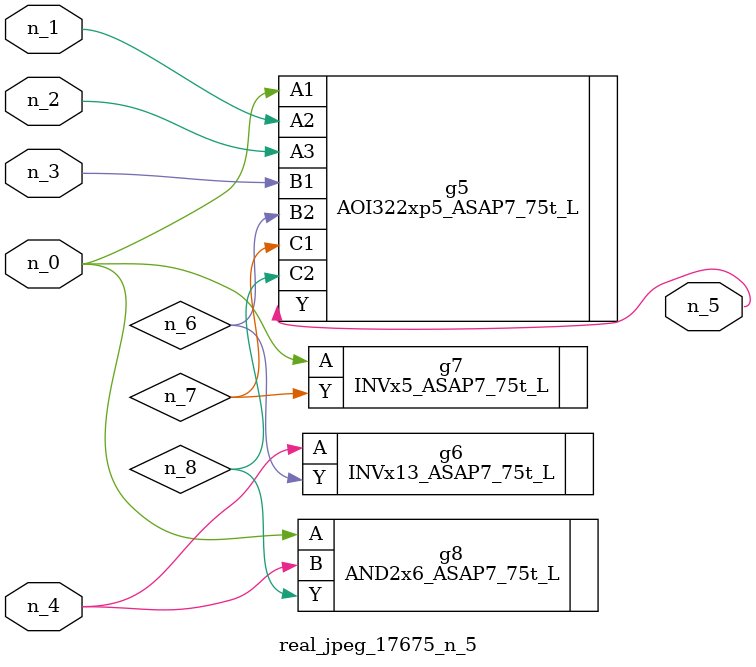
<source format=v>
module real_jpeg_17675_n_5 (n_4, n_0, n_1, n_2, n_3, n_5);

input n_4;
input n_0;
input n_1;
input n_2;
input n_3;

output n_5;

wire n_8;
wire n_6;
wire n_7;

AOI322xp5_ASAP7_75t_L g5 ( 
.A1(n_0),
.A2(n_1),
.A3(n_2),
.B1(n_3),
.B2(n_6),
.C1(n_7),
.C2(n_8),
.Y(n_5)
);

INVx5_ASAP7_75t_L g7 ( 
.A(n_0),
.Y(n_7)
);

AND2x6_ASAP7_75t_L g8 ( 
.A(n_0),
.B(n_4),
.Y(n_8)
);

INVx13_ASAP7_75t_L g6 ( 
.A(n_4),
.Y(n_6)
);


endmodule
</source>
